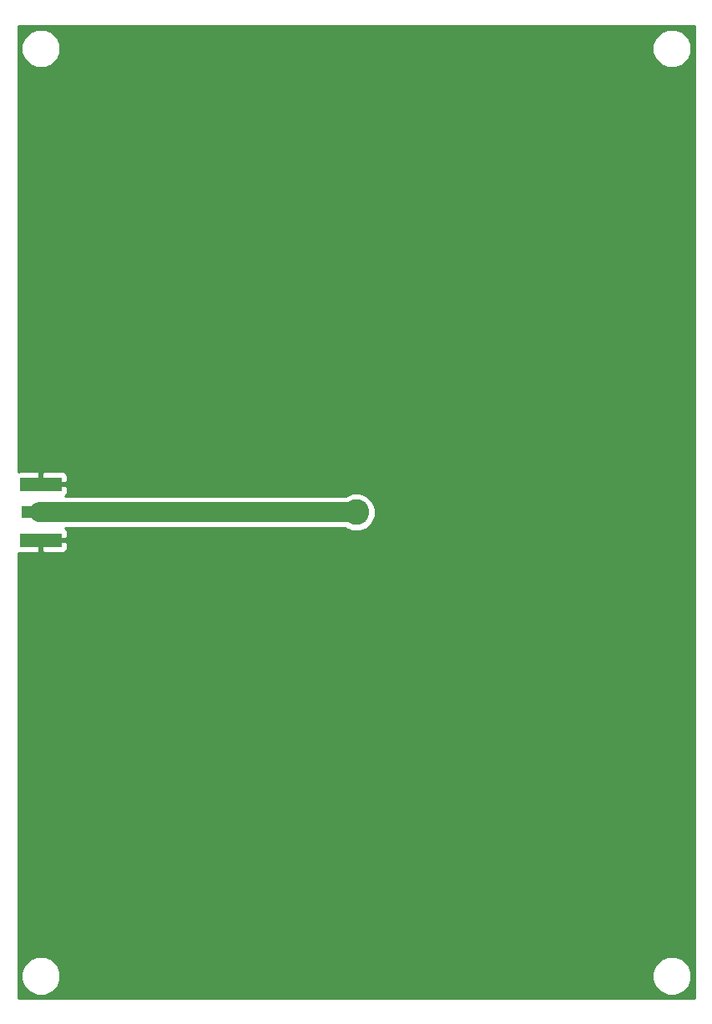
<source format=gbr>
G04 #@! TF.GenerationSoftware,KiCad,Pcbnew,5.0.2+dfsg1-1*
G04 #@! TF.CreationDate,2020-01-30T15:00:11+01:00*
G04 #@! TF.ProjectId,robot-antenna,726f626f-742d-4616-9e74-656e6e612e6b,rev?*
G04 #@! TF.SameCoordinates,PX38444c0PY2719c40*
G04 #@! TF.FileFunction,Copper,L2,Bot*
G04 #@! TF.FilePolarity,Positive*
%FSLAX46Y46*%
G04 Gerber Fmt 4.6, Leading zero omitted, Abs format (unit mm)*
G04 Created by KiCad (PCBNEW 5.0.2+dfsg1-1) date jeu. 30 janv. 2020 15:00:11 CET*
%MOMM*%
%LPD*%
G01*
G04 APERTURE LIST*
G04 #@! TA.AperFunction,SMDPad,CuDef*
%ADD10R,4.200000X1.350000*%
G04 #@! TD*
G04 #@! TA.AperFunction,SMDPad,CuDef*
%ADD11R,3.600000X1.270000*%
G04 #@! TD*
G04 #@! TA.AperFunction,ComponentPad*
%ADD12C,2.600000*%
G04 #@! TD*
G04 #@! TA.AperFunction,Conductor*
%ADD13C,2.000000*%
G04 #@! TD*
G04 #@! TA.AperFunction,Conductor*
%ADD14C,0.254000*%
G04 #@! TD*
G04 APERTURE END LIST*
D10*
G04 #@! TO.P,J2,2*
G04 #@! TO.N,GND*
X3000000Y-52825000D03*
X3000000Y-47175000D03*
D11*
G04 #@! TO.P,J2,1*
G04 #@! TO.N,Net-(J1-Pad1)*
X2800000Y-50000000D03*
G04 #@! TD*
D12*
G04 #@! TO.P,J1,1*
G04 #@! TO.N,Net-(J1-Pad1)*
X35000000Y-50000000D03*
G04 #@! TD*
D13*
G04 #@! TO.N,Net-(J1-Pad1)*
X35000000Y-50000000D02*
X2800000Y-50000000D01*
G04 #@! TD*
D14*
G04 #@! TO.N,GND*
G36*
X69290001Y-99290000D02*
X710000Y-99290000D01*
X710000Y-96605159D01*
X1015000Y-96605159D01*
X1015000Y-97394841D01*
X1317199Y-98124412D01*
X1875588Y-98682801D01*
X2605159Y-98985000D01*
X3394841Y-98985000D01*
X4124412Y-98682801D01*
X4682801Y-98124412D01*
X4985000Y-97394841D01*
X4985000Y-96605159D01*
X65015000Y-96605159D01*
X65015000Y-97394841D01*
X65317199Y-98124412D01*
X65875588Y-98682801D01*
X66605159Y-98985000D01*
X67394841Y-98985000D01*
X68124412Y-98682801D01*
X68682801Y-98124412D01*
X68985000Y-97394841D01*
X68985000Y-96605159D01*
X68682801Y-95875588D01*
X68124412Y-95317199D01*
X67394841Y-95015000D01*
X66605159Y-95015000D01*
X65875588Y-95317199D01*
X65317199Y-95875588D01*
X65015000Y-96605159D01*
X4985000Y-96605159D01*
X4682801Y-95875588D01*
X4124412Y-95317199D01*
X3394841Y-95015000D01*
X2605159Y-95015000D01*
X1875588Y-95317199D01*
X1317199Y-95875588D01*
X1015000Y-96605159D01*
X710000Y-96605159D01*
X710000Y-54108619D01*
X773690Y-54135000D01*
X2714250Y-54135000D01*
X2873000Y-53976250D01*
X2873000Y-52952000D01*
X3127000Y-52952000D01*
X3127000Y-53976250D01*
X3285750Y-54135000D01*
X5226310Y-54135000D01*
X5459699Y-54038327D01*
X5638327Y-53859698D01*
X5735000Y-53626309D01*
X5735000Y-53110750D01*
X5576250Y-52952000D01*
X3127000Y-52952000D01*
X2873000Y-52952000D01*
X2853000Y-52952000D01*
X2853000Y-52698000D01*
X2873000Y-52698000D01*
X2873000Y-52678000D01*
X3127000Y-52678000D01*
X3127000Y-52698000D01*
X5576250Y-52698000D01*
X5735000Y-52539250D01*
X5735000Y-52023691D01*
X5638327Y-51790302D01*
X5483026Y-51635000D01*
X33898496Y-51635000D01*
X33903910Y-51640414D01*
X34615105Y-51935000D01*
X35384895Y-51935000D01*
X36096090Y-51640414D01*
X36640414Y-51096090D01*
X36935000Y-50384895D01*
X36935000Y-49615105D01*
X36640414Y-48903910D01*
X36096090Y-48359586D01*
X35384895Y-48065000D01*
X34615105Y-48065000D01*
X33903910Y-48359586D01*
X33898496Y-48365000D01*
X5483026Y-48365000D01*
X5638327Y-48209698D01*
X5735000Y-47976309D01*
X5735000Y-47460750D01*
X5576250Y-47302000D01*
X3127000Y-47302000D01*
X3127000Y-47322000D01*
X2873000Y-47322000D01*
X2873000Y-47302000D01*
X2853000Y-47302000D01*
X2853000Y-47048000D01*
X2873000Y-47048000D01*
X2873000Y-46023750D01*
X3127000Y-46023750D01*
X3127000Y-47048000D01*
X5576250Y-47048000D01*
X5735000Y-46889250D01*
X5735000Y-46373691D01*
X5638327Y-46140302D01*
X5459699Y-45961673D01*
X5226310Y-45865000D01*
X3285750Y-45865000D01*
X3127000Y-46023750D01*
X2873000Y-46023750D01*
X2714250Y-45865000D01*
X773690Y-45865000D01*
X710000Y-45891381D01*
X710000Y-2605159D01*
X1015000Y-2605159D01*
X1015000Y-3394841D01*
X1317199Y-4124412D01*
X1875588Y-4682801D01*
X2605159Y-4985000D01*
X3394841Y-4985000D01*
X4124412Y-4682801D01*
X4682801Y-4124412D01*
X4985000Y-3394841D01*
X4985000Y-2605159D01*
X65015000Y-2605159D01*
X65015000Y-3394841D01*
X65317199Y-4124412D01*
X65875588Y-4682801D01*
X66605159Y-4985000D01*
X67394841Y-4985000D01*
X68124412Y-4682801D01*
X68682801Y-4124412D01*
X68985000Y-3394841D01*
X68985000Y-2605159D01*
X68682801Y-1875588D01*
X68124412Y-1317199D01*
X67394841Y-1015000D01*
X66605159Y-1015000D01*
X65875588Y-1317199D01*
X65317199Y-1875588D01*
X65015000Y-2605159D01*
X4985000Y-2605159D01*
X4682801Y-1875588D01*
X4124412Y-1317199D01*
X3394841Y-1015000D01*
X2605159Y-1015000D01*
X1875588Y-1317199D01*
X1317199Y-1875588D01*
X1015000Y-2605159D01*
X710000Y-2605159D01*
X710000Y-710000D01*
X69290000Y-710000D01*
X69290001Y-99290000D01*
X69290001Y-99290000D01*
G37*
X69290001Y-99290000D02*
X710000Y-99290000D01*
X710000Y-96605159D01*
X1015000Y-96605159D01*
X1015000Y-97394841D01*
X1317199Y-98124412D01*
X1875588Y-98682801D01*
X2605159Y-98985000D01*
X3394841Y-98985000D01*
X4124412Y-98682801D01*
X4682801Y-98124412D01*
X4985000Y-97394841D01*
X4985000Y-96605159D01*
X65015000Y-96605159D01*
X65015000Y-97394841D01*
X65317199Y-98124412D01*
X65875588Y-98682801D01*
X66605159Y-98985000D01*
X67394841Y-98985000D01*
X68124412Y-98682801D01*
X68682801Y-98124412D01*
X68985000Y-97394841D01*
X68985000Y-96605159D01*
X68682801Y-95875588D01*
X68124412Y-95317199D01*
X67394841Y-95015000D01*
X66605159Y-95015000D01*
X65875588Y-95317199D01*
X65317199Y-95875588D01*
X65015000Y-96605159D01*
X4985000Y-96605159D01*
X4682801Y-95875588D01*
X4124412Y-95317199D01*
X3394841Y-95015000D01*
X2605159Y-95015000D01*
X1875588Y-95317199D01*
X1317199Y-95875588D01*
X1015000Y-96605159D01*
X710000Y-96605159D01*
X710000Y-54108619D01*
X773690Y-54135000D01*
X2714250Y-54135000D01*
X2873000Y-53976250D01*
X2873000Y-52952000D01*
X3127000Y-52952000D01*
X3127000Y-53976250D01*
X3285750Y-54135000D01*
X5226310Y-54135000D01*
X5459699Y-54038327D01*
X5638327Y-53859698D01*
X5735000Y-53626309D01*
X5735000Y-53110750D01*
X5576250Y-52952000D01*
X3127000Y-52952000D01*
X2873000Y-52952000D01*
X2853000Y-52952000D01*
X2853000Y-52698000D01*
X2873000Y-52698000D01*
X2873000Y-52678000D01*
X3127000Y-52678000D01*
X3127000Y-52698000D01*
X5576250Y-52698000D01*
X5735000Y-52539250D01*
X5735000Y-52023691D01*
X5638327Y-51790302D01*
X5483026Y-51635000D01*
X33898496Y-51635000D01*
X33903910Y-51640414D01*
X34615105Y-51935000D01*
X35384895Y-51935000D01*
X36096090Y-51640414D01*
X36640414Y-51096090D01*
X36935000Y-50384895D01*
X36935000Y-49615105D01*
X36640414Y-48903910D01*
X36096090Y-48359586D01*
X35384895Y-48065000D01*
X34615105Y-48065000D01*
X33903910Y-48359586D01*
X33898496Y-48365000D01*
X5483026Y-48365000D01*
X5638327Y-48209698D01*
X5735000Y-47976309D01*
X5735000Y-47460750D01*
X5576250Y-47302000D01*
X3127000Y-47302000D01*
X3127000Y-47322000D01*
X2873000Y-47322000D01*
X2873000Y-47302000D01*
X2853000Y-47302000D01*
X2853000Y-47048000D01*
X2873000Y-47048000D01*
X2873000Y-46023750D01*
X3127000Y-46023750D01*
X3127000Y-47048000D01*
X5576250Y-47048000D01*
X5735000Y-46889250D01*
X5735000Y-46373691D01*
X5638327Y-46140302D01*
X5459699Y-45961673D01*
X5226310Y-45865000D01*
X3285750Y-45865000D01*
X3127000Y-46023750D01*
X2873000Y-46023750D01*
X2714250Y-45865000D01*
X773690Y-45865000D01*
X710000Y-45891381D01*
X710000Y-2605159D01*
X1015000Y-2605159D01*
X1015000Y-3394841D01*
X1317199Y-4124412D01*
X1875588Y-4682801D01*
X2605159Y-4985000D01*
X3394841Y-4985000D01*
X4124412Y-4682801D01*
X4682801Y-4124412D01*
X4985000Y-3394841D01*
X4985000Y-2605159D01*
X65015000Y-2605159D01*
X65015000Y-3394841D01*
X65317199Y-4124412D01*
X65875588Y-4682801D01*
X66605159Y-4985000D01*
X67394841Y-4985000D01*
X68124412Y-4682801D01*
X68682801Y-4124412D01*
X68985000Y-3394841D01*
X68985000Y-2605159D01*
X68682801Y-1875588D01*
X68124412Y-1317199D01*
X67394841Y-1015000D01*
X66605159Y-1015000D01*
X65875588Y-1317199D01*
X65317199Y-1875588D01*
X65015000Y-2605159D01*
X4985000Y-2605159D01*
X4682801Y-1875588D01*
X4124412Y-1317199D01*
X3394841Y-1015000D01*
X2605159Y-1015000D01*
X1875588Y-1317199D01*
X1317199Y-1875588D01*
X1015000Y-2605159D01*
X710000Y-2605159D01*
X710000Y-710000D01*
X69290000Y-710000D01*
X69290001Y-99290000D01*
G04 #@! TD*
M02*

</source>
